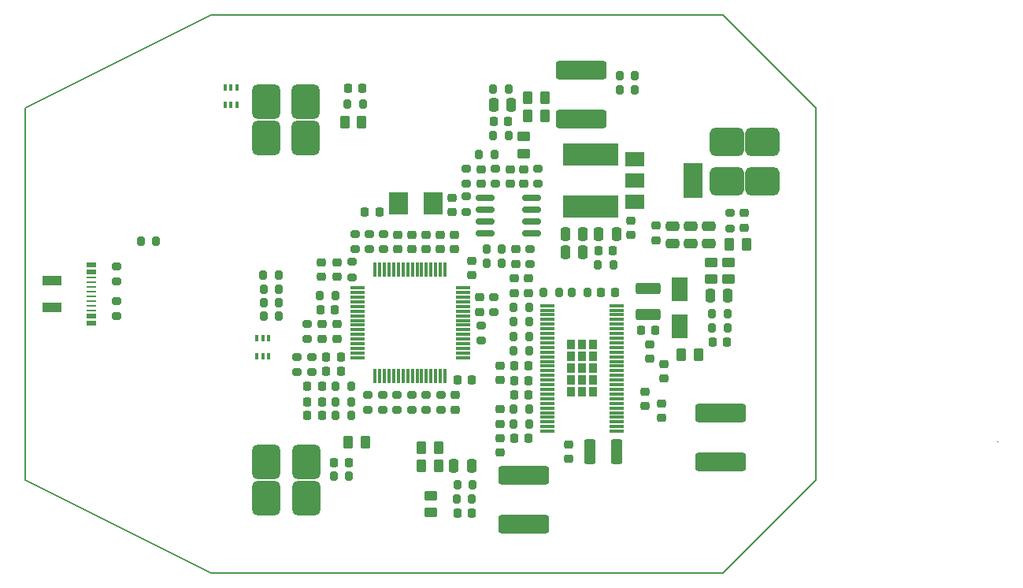
<source format=gtp>
G04 #@! TF.GenerationSoftware,KiCad,Pcbnew,7.0.9*
G04 #@! TF.CreationDate,2024-01-25T12:37:26-06:00*
G04 #@! TF.ProjectId,Stupid_FOCer,53747570-6964-45f4-964f-4365722e6b69,1*
G04 #@! TF.SameCoordinates,Original*
G04 #@! TF.FileFunction,Paste,Top*
G04 #@! TF.FilePolarity,Positive*
%FSLAX46Y46*%
G04 Gerber Fmt 4.6, Leading zero omitted, Abs format (unit mm)*
G04 Created by KiCad (PCBNEW 7.0.9) date 2024-01-25 12:37:26*
%MOMM*%
%LPD*%
G01*
G04 APERTURE LIST*
G04 Aperture macros list*
%AMRoundRect*
0 Rectangle with rounded corners*
0 $1 Rounding radius*
0 $2 $3 $4 $5 $6 $7 $8 $9 X,Y pos of 4 corners*
0 Add a 4 corners polygon primitive as box body*
4,1,4,$2,$3,$4,$5,$6,$7,$8,$9,$2,$3,0*
0 Add four circle primitives for the rounded corners*
1,1,$1+$1,$2,$3*
1,1,$1+$1,$4,$5*
1,1,$1+$1,$6,$7*
1,1,$1+$1,$8,$9*
0 Add four rect primitives between the rounded corners*
20,1,$1+$1,$2,$3,$4,$5,0*
20,1,$1+$1,$4,$5,$6,$7,0*
20,1,$1+$1,$6,$7,$8,$9,0*
20,1,$1+$1,$8,$9,$2,$3,0*%
G04 Aperture macros list end*
%ADD10RoundRect,0.218750X-0.218750X-0.256250X0.218750X-0.256250X0.218750X0.256250X-0.218750X0.256250X0*%
%ADD11RoundRect,0.200000X0.275000X-0.200000X0.275000X0.200000X-0.275000X0.200000X-0.275000X-0.200000X0*%
%ADD12R,2.000000X2.400000*%
%ADD13RoundRect,0.225000X-0.250000X0.225000X-0.250000X-0.225000X0.250000X-0.225000X0.250000X0.225000X0*%
%ADD14RoundRect,0.200000X-0.275000X0.200000X-0.275000X-0.200000X0.275000X-0.200000X0.275000X0.200000X0*%
%ADD15RoundRect,0.200000X0.200000X0.275000X-0.200000X0.275000X-0.200000X-0.275000X0.200000X-0.275000X0*%
%ADD16RoundRect,0.200000X-0.200000X-0.275000X0.200000X-0.275000X0.200000X0.275000X-0.200000X0.275000X0*%
%ADD17RoundRect,0.225000X0.250000X-0.225000X0.250000X0.225000X-0.250000X0.225000X-0.250000X-0.225000X0*%
%ADD18RoundRect,0.225000X-0.225000X-0.250000X0.225000X-0.250000X0.225000X0.250000X-0.225000X0.250000X0*%
%ADD19RoundRect,0.225000X0.225000X0.250000X-0.225000X0.250000X-0.225000X-0.250000X0.225000X-0.250000X0*%
%ADD20R,2.000000X1.500000*%
%ADD21R,2.000000X3.800000*%
%ADD22RoundRect,0.564250X-1.275750X0.960750X-1.275750X-0.960750X1.275750X-0.960750X1.275750X0.960750X0*%
%ADD23RoundRect,0.564250X-0.960750X-1.275750X0.960750X-1.275750X0.960750X1.275750X-0.960750X1.275750X0*%
%ADD24R,5.900000X2.450000*%
%ADD25RoundRect,0.075000X-0.075000X0.700000X-0.075000X-0.700000X0.075000X-0.700000X0.075000X0.700000X0*%
%ADD26RoundRect,0.075000X-0.700000X0.075000X-0.700000X-0.075000X0.700000X-0.075000X0.700000X0.075000X0*%
%ADD27R,0.960000X1.030000*%
%ADD28R,1.550000X0.300000*%
%ADD29R,0.400000X0.650000*%
%ADD30RoundRect,0.250000X0.250000X0.475000X-0.250000X0.475000X-0.250000X-0.475000X0.250000X-0.475000X0*%
%ADD31RoundRect,0.250000X-0.250000X-0.475000X0.250000X-0.475000X0.250000X0.475000X-0.250000X0.475000X0*%
%ADD32RoundRect,0.250000X-0.262500X-0.450000X0.262500X-0.450000X0.262500X0.450000X-0.262500X0.450000X0*%
%ADD33RoundRect,0.250000X-0.450000X0.262500X-0.450000X-0.262500X0.450000X-0.262500X0.450000X0.262500X0*%
%ADD34RoundRect,0.250000X0.262500X0.450000X-0.262500X0.450000X-0.262500X-0.450000X0.262500X-0.450000X0*%
%ADD35RoundRect,0.249999X-2.450001X0.737501X-2.450001X-0.737501X2.450001X-0.737501X2.450001X0.737501X0*%
%ADD36RoundRect,0.249999X2.450001X-0.737501X2.450001X0.737501X-2.450001X0.737501X-2.450001X-0.737501X0*%
%ADD37RoundRect,0.250000X-1.075000X0.375000X-1.075000X-0.375000X1.075000X-0.375000X1.075000X0.375000X0*%
%ADD38RoundRect,0.150000X-0.825000X-0.150000X0.825000X-0.150000X0.825000X0.150000X-0.825000X0.150000X0*%
%ADD39RoundRect,0.250000X0.475000X-0.250000X0.475000X0.250000X-0.475000X0.250000X-0.475000X-0.250000X0*%
%ADD40RoundRect,0.250000X0.450000X-0.262500X0.450000X0.262500X-0.450000X0.262500X-0.450000X-0.262500X0*%
%ADD41R,1.800000X2.500000*%
%ADD42RoundRect,0.250000X-0.375000X-1.075000X0.375000X-1.075000X0.375000X1.075000X-0.375000X1.075000X0*%
%ADD43R,2.000000X1.000000*%
%ADD44R,1.000000X0.520000*%
%ADD45R,1.000000X0.270000*%
G04 #@! TA.AperFunction,Profile*
%ADD46C,0.150000*%
G04 #@! TD*
G04 APERTURE END LIST*
D10*
X130350484Y-109931550D03*
X131925484Y-109931550D03*
X130350484Y-111581550D03*
X131925484Y-111581550D03*
D11*
X155147084Y-88185651D03*
X155147084Y-86535651D03*
D12*
X140162984Y-90231550D03*
X143862984Y-90231550D03*
D13*
X143134412Y-93606550D03*
X143134412Y-95156550D03*
D14*
X138429650Y-110806550D03*
X138429650Y-112456550D03*
X137048700Y-93556550D03*
X137048700Y-95206550D03*
X138570128Y-93556550D03*
X138570128Y-95206550D03*
D15*
X148129446Y-120503481D03*
X146479446Y-120503481D03*
D11*
X150362984Y-101969050D03*
X150362984Y-100319050D03*
X135137984Y-98206550D03*
X135137984Y-96556550D03*
D14*
X139996316Y-110806550D03*
X139996316Y-112456550D03*
X144696314Y-110806550D03*
X144696314Y-112456550D03*
X143129648Y-110806550D03*
X143129648Y-112456550D03*
D16*
X163929446Y-78103481D03*
X165579446Y-78103481D03*
D14*
X135527272Y-93556550D03*
X135527272Y-95206550D03*
D13*
X167826113Y-92653481D03*
X167826113Y-94203481D03*
X146177272Y-93606550D03*
X146177272Y-95156550D03*
X154112984Y-98346550D03*
X154112984Y-99896550D03*
D17*
X133512984Y-98156550D03*
X133512984Y-96606550D03*
D13*
X146262984Y-110856550D03*
X146262984Y-112406550D03*
X144655840Y-93606550D03*
X144655840Y-95156550D03*
X141612984Y-93606550D03*
X141612984Y-95156550D03*
D18*
X132387984Y-108331550D03*
X133937984Y-108331550D03*
D13*
X131887984Y-96606550D03*
X131887984Y-98156550D03*
D19*
X148037984Y-109231550D03*
X146487984Y-109231550D03*
D13*
X140091556Y-93606550D03*
X140091556Y-95156550D03*
X148862984Y-100356550D03*
X148862984Y-101906550D03*
D20*
X165529446Y-85503481D03*
X165529446Y-87803481D03*
D21*
X171829446Y-87803481D03*
D20*
X165529446Y-90103481D03*
D22*
X179304446Y-83643481D03*
X179304446Y-87913481D03*
D23*
X125959446Y-118003481D03*
X130229446Y-118003481D03*
D24*
X160779446Y-85028481D03*
X160779446Y-90578481D03*
D25*
X145138342Y-97414037D03*
X144638342Y-97414037D03*
X144138342Y-97414037D03*
X143638342Y-97414037D03*
X143138342Y-97414037D03*
X142638342Y-97414037D03*
X142138342Y-97414037D03*
X141638342Y-97414037D03*
X141138342Y-97414037D03*
X140638342Y-97414037D03*
X140138342Y-97414037D03*
X139638342Y-97414037D03*
X139138342Y-97414037D03*
X138638342Y-97414037D03*
X138138342Y-97414037D03*
X137638342Y-97414037D03*
D26*
X135713342Y-99339037D03*
X135713342Y-99839037D03*
X135713342Y-100339037D03*
X135713342Y-100839037D03*
X135713342Y-101339037D03*
X135713342Y-101839037D03*
X135713342Y-102339037D03*
X135713342Y-102839037D03*
X135713342Y-103339037D03*
X135713342Y-103839037D03*
X135713342Y-104339037D03*
X135713342Y-104839037D03*
X135713342Y-105339037D03*
X135713342Y-105839037D03*
X135713342Y-106339037D03*
X135713342Y-106839037D03*
D25*
X137638342Y-108764037D03*
X138138342Y-108764037D03*
X138638342Y-108764037D03*
X139138342Y-108764037D03*
X139638342Y-108764037D03*
X140138342Y-108764037D03*
X140638342Y-108764037D03*
X141138342Y-108764037D03*
X141638342Y-108764037D03*
X142138342Y-108764037D03*
X142638342Y-108764037D03*
X143138342Y-108764037D03*
X143638342Y-108764037D03*
X144138342Y-108764037D03*
X144638342Y-108764037D03*
X145138342Y-108764037D03*
D26*
X147063342Y-106839037D03*
X147063342Y-106339037D03*
X147063342Y-105839037D03*
X147063342Y-105339037D03*
X147063342Y-104839037D03*
X147063342Y-104339037D03*
X147063342Y-103839037D03*
X147063342Y-103339037D03*
X147063342Y-102839037D03*
X147063342Y-102339037D03*
X147063342Y-101839037D03*
X147063342Y-101339037D03*
X147063342Y-100839037D03*
X147063342Y-100339037D03*
X147063342Y-99839037D03*
X147063342Y-99339037D03*
D19*
X133937984Y-106781550D03*
X132387984Y-106781550D03*
D17*
X133562984Y-104806550D03*
X133562984Y-103256550D03*
D19*
X138087984Y-91181550D03*
X136537984Y-91181550D03*
D14*
X136862984Y-110806550D03*
X136862984Y-112456550D03*
X141562982Y-110806550D03*
X141562982Y-112456550D03*
D11*
X109850359Y-98675000D03*
X109850359Y-97025000D03*
D16*
X133404446Y-113053481D03*
X135054446Y-113053481D03*
D27*
X158659584Y-105451550D03*
X158659584Y-106721550D03*
X158659584Y-107991550D03*
X158659584Y-109261550D03*
X158659584Y-110531550D03*
X159862984Y-105451550D03*
X159862984Y-106721550D03*
X159862984Y-107991550D03*
X159862984Y-109261550D03*
X159862984Y-110531550D03*
X161066384Y-105451550D03*
X161066384Y-106721550D03*
X161066384Y-107991550D03*
X161066384Y-109261550D03*
X161066384Y-110531550D03*
D28*
X156112984Y-101241550D03*
X156112984Y-101741550D03*
X156112984Y-102241550D03*
X156112984Y-102741550D03*
X156112984Y-103241550D03*
X156112984Y-103741550D03*
X156112984Y-104241550D03*
X156112984Y-104741550D03*
X156112984Y-105241550D03*
X156112984Y-105741550D03*
X156112984Y-106241550D03*
X156112984Y-106741550D03*
X156112984Y-107241550D03*
X156112984Y-107741550D03*
X156112984Y-108241550D03*
X156112984Y-108741550D03*
X156112984Y-109241550D03*
X156112984Y-109741550D03*
X156112984Y-110241550D03*
X156112984Y-110741550D03*
X156112984Y-111241550D03*
X156112984Y-111741550D03*
X156112984Y-112241550D03*
X156112984Y-112741550D03*
X156112984Y-113241550D03*
X156112984Y-113741550D03*
X156112984Y-114241550D03*
X156112984Y-114741550D03*
X163612984Y-114741550D03*
X163612984Y-114241550D03*
X163612984Y-113741550D03*
X163612984Y-113241550D03*
X163612984Y-112741550D03*
X163612984Y-112241550D03*
X163612984Y-111741550D03*
X163612984Y-111241550D03*
X163612984Y-110741550D03*
X163612984Y-110241550D03*
X163612984Y-109741550D03*
X163612984Y-109241550D03*
X163612984Y-108741550D03*
X163612984Y-108241550D03*
X163612984Y-107741550D03*
X163612984Y-107241550D03*
X163612984Y-106741550D03*
X163612984Y-106241550D03*
X163612984Y-105741550D03*
X163612984Y-105241550D03*
X163612984Y-104741550D03*
X163612984Y-104241550D03*
X163612984Y-103741550D03*
X163612984Y-103241550D03*
X163612984Y-102741550D03*
X163612984Y-102241550D03*
X163612984Y-101741550D03*
X163612984Y-101241550D03*
D18*
X131750484Y-101731551D03*
X133300484Y-101731551D03*
D17*
X131962984Y-104806550D03*
X131962984Y-103256550D03*
D29*
X124912984Y-106681550D03*
X125562984Y-106681550D03*
X126212984Y-106681550D03*
X126212984Y-104781550D03*
X125562984Y-104781550D03*
X124912984Y-104781550D03*
D15*
X133350484Y-100169050D03*
X131700484Y-100169050D03*
D14*
X130812984Y-106731550D03*
X130812984Y-108381550D03*
X129262984Y-106756550D03*
X129262984Y-108406550D03*
X130362984Y-103206550D03*
X130362984Y-104856550D03*
D16*
X163929446Y-76553481D03*
X165579446Y-76553481D03*
X133400484Y-109931550D03*
X135050484Y-109931550D03*
D14*
X149054446Y-103353481D03*
X149054446Y-105003481D03*
D16*
X152537984Y-102979550D03*
X154187984Y-102979550D03*
D19*
X154137984Y-109271550D03*
X152587984Y-109271550D03*
D18*
X152587984Y-115527550D03*
X154137984Y-115527550D03*
D19*
X154137984Y-110835550D03*
X152587984Y-110835550D03*
D30*
X175566946Y-100203481D03*
X173666946Y-100203481D03*
D31*
X150391946Y-79701259D03*
X152291946Y-79701259D03*
D14*
X109875359Y-100725000D03*
X109875359Y-102375000D03*
D32*
X142604446Y-118428481D03*
X144429446Y-118428481D03*
D33*
X173729446Y-96578481D03*
X173729446Y-98403481D03*
D34*
X155854446Y-80853481D03*
X154029446Y-80853481D03*
D15*
X134841946Y-119578481D03*
X133191946Y-119578481D03*
X175529446Y-103628481D03*
X173879446Y-103628481D03*
D14*
X175754446Y-91290981D03*
X175754446Y-92940981D03*
D29*
X122804446Y-77803481D03*
X122154446Y-77803481D03*
X121504446Y-77803481D03*
X121504446Y-79703481D03*
X122154446Y-79703481D03*
X122804446Y-79703481D03*
D35*
X174779446Y-112790981D03*
X174779446Y-118065981D03*
X153579446Y-119440981D03*
X153579446Y-124715981D03*
D36*
X159779446Y-81190981D03*
X159779446Y-75915981D03*
D16*
X150316946Y-82985705D03*
X151966946Y-82985705D03*
D13*
X148012984Y-96456550D03*
X148012984Y-98006550D03*
D19*
X154137984Y-107671550D03*
X152587984Y-107671550D03*
D13*
X151062984Y-107696550D03*
X151062984Y-109246550D03*
X152562984Y-98346550D03*
X152562984Y-99896550D03*
D19*
X163437984Y-99821550D03*
X161887984Y-99821550D03*
D18*
X166187984Y-103921550D03*
X167737984Y-103921550D03*
D13*
X167129446Y-105403481D03*
X167129446Y-106953481D03*
X168662984Y-107506550D03*
X168662984Y-109056550D03*
X166662984Y-110469050D03*
X166662984Y-112019050D03*
D37*
X167012984Y-99421550D03*
X167012984Y-102221550D03*
D19*
X163204446Y-95353481D03*
X161654446Y-95353481D03*
D16*
X158787984Y-99821550D03*
X160437984Y-99821550D03*
X161604446Y-96853481D03*
X163254446Y-96853481D03*
D15*
X154187984Y-101415550D03*
X152537984Y-101415550D03*
D16*
X152537984Y-104543550D03*
X154187984Y-104543550D03*
D15*
X154187984Y-106107550D03*
X152537984Y-106107550D03*
D16*
X155737984Y-99821550D03*
X157387984Y-99821550D03*
D14*
X147447084Y-86535651D03*
X147447084Y-88185651D03*
D11*
X150597084Y-88185651D03*
X150597084Y-86535651D03*
D15*
X175529446Y-102103481D03*
X173879446Y-102103481D03*
D16*
X150316946Y-77949037D03*
X151966946Y-77949037D03*
D38*
X149472084Y-89705651D03*
X149472084Y-90975651D03*
X149472084Y-92245651D03*
X149472084Y-93515651D03*
X154422084Y-93515651D03*
X154422084Y-92245651D03*
X154422084Y-90975651D03*
X154422084Y-89705651D03*
D16*
X133400484Y-111581550D03*
X135050484Y-111581550D03*
D31*
X158079446Y-93588481D03*
X159979446Y-93588481D03*
D39*
X171552779Y-94578481D03*
X171552779Y-92678481D03*
X173526113Y-94578481D03*
X173526113Y-92678481D03*
D40*
X143654446Y-123465981D03*
X143654446Y-121640981D03*
D32*
X134741946Y-115878481D03*
X136566946Y-115878481D03*
D34*
X177529446Y-94678481D03*
X175704446Y-94678481D03*
X172366946Y-106528481D03*
X170541946Y-106528481D03*
D33*
X153579446Y-83090981D03*
X153579446Y-84915981D03*
D34*
X136191946Y-81500981D03*
X134366946Y-81500981D03*
D23*
X125919446Y-83203481D03*
X130189446Y-83203481D03*
D41*
X170362984Y-103471550D03*
X170362984Y-99471550D03*
D17*
X165129446Y-93678481D03*
X165129446Y-92128481D03*
D30*
X163579446Y-93603481D03*
X161679446Y-93603481D03*
D17*
X168429446Y-113278481D03*
X168429446Y-111728481D03*
X152747084Y-96748151D03*
X152747084Y-95198151D03*
D42*
X160762984Y-116931550D03*
X163562984Y-116931550D03*
D13*
X158429446Y-116153481D03*
X158429446Y-117703481D03*
D23*
X125959446Y-121903481D03*
X130229446Y-121903481D03*
D22*
X175454446Y-83643481D03*
X175454446Y-87913481D03*
D23*
X125919446Y-79303481D03*
X130189446Y-79303481D03*
D39*
X169579446Y-94578481D03*
X169579446Y-92678481D03*
D17*
X145912984Y-91206550D03*
X145912984Y-89656550D03*
D31*
X158079446Y-95553481D03*
X159979446Y-95553481D03*
D14*
X147447084Y-89535651D03*
X147447084Y-91185651D03*
X154319306Y-95148151D03*
X154319306Y-96798151D03*
D16*
X149627640Y-96723151D03*
X151277640Y-96723151D03*
X149627640Y-95150929D03*
X151277640Y-95150929D03*
D13*
X153647084Y-86585651D03*
X153647084Y-88135651D03*
X151062984Y-112396550D03*
X151062984Y-113946550D03*
D17*
X151062984Y-117046550D03*
X151062984Y-115496550D03*
D13*
X152134584Y-86585651D03*
X152134584Y-88135651D03*
D16*
X152537984Y-112399550D03*
X154187984Y-112399550D03*
X152537984Y-113963550D03*
X154187984Y-113963550D03*
D15*
X150472084Y-85010651D03*
X148822084Y-85010651D03*
D17*
X148997084Y-88135651D03*
X148997084Y-86585651D03*
D10*
X130354446Y-113053481D03*
X131929446Y-113053481D03*
D32*
X142604446Y-116528481D03*
X144429446Y-116528481D03*
D33*
X175629446Y-96578481D03*
X175629446Y-98403481D03*
D34*
X155854446Y-78953481D03*
X154029446Y-78953481D03*
D30*
X148004446Y-118478481D03*
X146104446Y-118478481D03*
D16*
X146404446Y-122053481D03*
X148054446Y-122053481D03*
X134654446Y-79578481D03*
X136304446Y-79578481D03*
D18*
X146454446Y-123553481D03*
X148004446Y-123553481D03*
D19*
X134779446Y-118103481D03*
X133229446Y-118103481D03*
D18*
X173929446Y-105128481D03*
X175479446Y-105128481D03*
D17*
X177354446Y-92853481D03*
X177354446Y-91303481D03*
D19*
X136254446Y-77875981D03*
X134704446Y-77875981D03*
D16*
X125650484Y-102381550D03*
X127300484Y-102381550D03*
X125646752Y-100915282D03*
X127296752Y-100915282D03*
X125629446Y-99453481D03*
X127279446Y-99453481D03*
X125600484Y-97981550D03*
X127250484Y-97981550D03*
D19*
X151916946Y-81453481D03*
X150366946Y-81453481D03*
D43*
X102910359Y-98600000D03*
X102910359Y-101400000D03*
D44*
X107110359Y-96900000D03*
X107110359Y-97650000D03*
D45*
X107110359Y-98250000D03*
X107110359Y-99750000D03*
X107110359Y-100750000D03*
X107110359Y-101750000D03*
D44*
X107110359Y-102350000D03*
X107110359Y-103100000D03*
X107110359Y-103100000D03*
X107110359Y-102350000D03*
D45*
X107110359Y-101250000D03*
X107110359Y-100250000D03*
X107110359Y-99250000D03*
X107110359Y-98750000D03*
D44*
X107110359Y-97650000D03*
X107110359Y-96900000D03*
D16*
X112429446Y-94303481D03*
X114079446Y-94303481D03*
D46*
X120000000Y-130000000D02*
X175000000Y-130000000D01*
X100000000Y-120000000D02*
X120000000Y-130000000D01*
X185000000Y-80000000D02*
X175000000Y-70000000D01*
X185000000Y-120000000D02*
X185000000Y-80000000D01*
X100000000Y-80000000D02*
X120000000Y-70000000D01*
X100000000Y-80000000D02*
X100000000Y-120000000D01*
X204608761Y-115825000D02*
X204608761Y-115825000D01*
X175000000Y-70000000D02*
X120000000Y-70000000D01*
X175000000Y-130000000D02*
X185000000Y-120000000D01*
M02*

</source>
